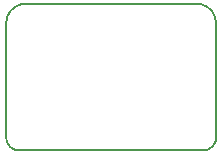
<source format=gko>
G04 DipTrace 2.4.0.2*
%INtopiconf.GKO*%
%MOMM*%
%ADD11C,0.14*%
%FSLAX53Y53*%
G04*
G71*
G90*
G75*
G01*
%LNBoardOutline*%
%LPD*%
X10011Y20806D2*
D11*
G02X11281Y22394I1656J-23D01*
G01*
X26521D1*
G02X27791Y20806I-386J-1610D01*
G01*
Y11281D1*
G02X26521Y10011I-1111J-159D01*
G01*
X11281D1*
G02X10011Y11281I-159J1111D01*
G01*
Y20806D1*
M02*

</source>
